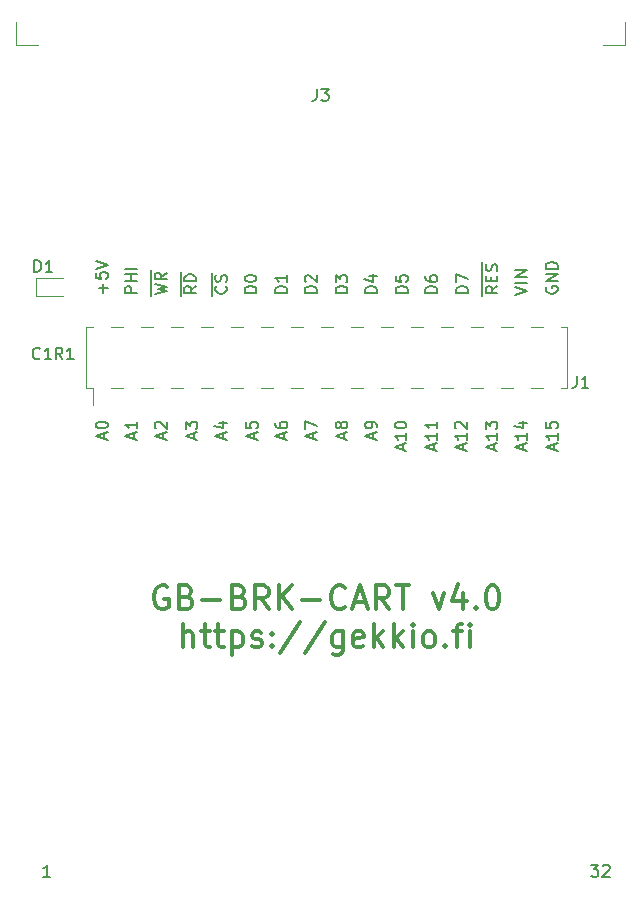
<source format=gto>
G04 #@! TF.GenerationSoftware,KiCad,Pcbnew,6.0.8*
G04 #@! TF.CreationDate,2022-10-09T16:44:11-07:00*
G04 #@! TF.ProjectId,interposer,696e7465-7270-46f7-9365-722e6b696361,v4.0*
G04 #@! TF.SameCoordinates,Original*
G04 #@! TF.FileFunction,Legend,Top*
G04 #@! TF.FilePolarity,Positive*
%FSLAX46Y46*%
G04 Gerber Fmt 4.6, Leading zero omitted, Abs format (unit mm)*
G04 Created by KiCad (PCBNEW 6.0.8) date 2022-10-09 16:44:11*
%MOMM*%
%LPD*%
G01*
G04 APERTURE LIST*
%ADD10C,0.200000*%
%ADD11C,0.300000*%
%ADD12C,0.150000*%
%ADD13C,0.120000*%
%ADD14C,7.200000*%
%ADD15C,2.300000*%
%ADD16R,1.000000X3.150000*%
%ADD17R,1.000000X0.820000*%
%ADD18R,1.300000X6.000000*%
%ADD19R,1.000000X5.500000*%
%ADD20R,0.820000X1.000000*%
%ADD21R,1.000000X2.500000*%
%ADD22R,2.500000X4.000000*%
G04 APERTURE END LIST*
D10*
X87670000Y-42770000D02*
X87670000Y-41770000D01*
X88952380Y-41960476D02*
X88476190Y-42293809D01*
X88952380Y-42531904D02*
X87952380Y-42531904D01*
X87952380Y-42150952D01*
X88000000Y-42055714D01*
X88047619Y-42008095D01*
X88142857Y-41960476D01*
X88285714Y-41960476D01*
X88380952Y-42008095D01*
X88428571Y-42055714D01*
X88476190Y-42150952D01*
X88476190Y-42531904D01*
X87670000Y-41770000D02*
X87670000Y-40770000D01*
X88952380Y-41531904D02*
X87952380Y-41531904D01*
X87952380Y-41293809D01*
X88000000Y-41150952D01*
X88095238Y-41055714D01*
X88190476Y-41008095D01*
X88380952Y-40960476D01*
X88523809Y-40960476D01*
X88714285Y-41008095D01*
X88809523Y-41055714D01*
X88904761Y-41150952D01*
X88952380Y-41293809D01*
X88952380Y-41531904D01*
X90270000Y-42770000D02*
X90270000Y-41770000D01*
X91457142Y-41960476D02*
X91504761Y-42008095D01*
X91552380Y-42150952D01*
X91552380Y-42246190D01*
X91504761Y-42389047D01*
X91409523Y-42484285D01*
X91314285Y-42531904D01*
X91123809Y-42579523D01*
X90980952Y-42579523D01*
X90790476Y-42531904D01*
X90695238Y-42484285D01*
X90600000Y-42389047D01*
X90552380Y-42246190D01*
X90552380Y-42150952D01*
X90600000Y-42008095D01*
X90647619Y-41960476D01*
X90270000Y-41770000D02*
X90270000Y-40817619D01*
X91504761Y-41579523D02*
X91552380Y-41436666D01*
X91552380Y-41198571D01*
X91504761Y-41103333D01*
X91457142Y-41055714D01*
X91361904Y-41008095D01*
X91266666Y-41008095D01*
X91171428Y-41055714D01*
X91123809Y-41103333D01*
X91076190Y-41198571D01*
X91028571Y-41389047D01*
X90980952Y-41484285D01*
X90933333Y-41531904D01*
X90838095Y-41579523D01*
X90742857Y-41579523D01*
X90647619Y-41531904D01*
X90600000Y-41484285D01*
X90552380Y-41389047D01*
X90552380Y-41150952D01*
X90600000Y-41008095D01*
X94052380Y-42531904D02*
X93052380Y-42531904D01*
X93052380Y-42293809D01*
X93100000Y-42150952D01*
X93195238Y-42055714D01*
X93290476Y-42008095D01*
X93480952Y-41960476D01*
X93623809Y-41960476D01*
X93814285Y-42008095D01*
X93909523Y-42055714D01*
X94004761Y-42150952D01*
X94052380Y-42293809D01*
X94052380Y-42531904D01*
X93052380Y-41341428D02*
X93052380Y-41246190D01*
X93100000Y-41150952D01*
X93147619Y-41103333D01*
X93242857Y-41055714D01*
X93433333Y-41008095D01*
X93671428Y-41008095D01*
X93861904Y-41055714D01*
X93957142Y-41103333D01*
X94004761Y-41150952D01*
X94052380Y-41246190D01*
X94052380Y-41341428D01*
X94004761Y-41436666D01*
X93957142Y-41484285D01*
X93861904Y-41531904D01*
X93671428Y-41579523D01*
X93433333Y-41579523D01*
X93242857Y-41531904D01*
X93147619Y-41484285D01*
X93100000Y-41436666D01*
X93052380Y-41341428D01*
X96652380Y-42531904D02*
X95652380Y-42531904D01*
X95652380Y-42293809D01*
X95700000Y-42150952D01*
X95795238Y-42055714D01*
X95890476Y-42008095D01*
X96080952Y-41960476D01*
X96223809Y-41960476D01*
X96414285Y-42008095D01*
X96509523Y-42055714D01*
X96604761Y-42150952D01*
X96652380Y-42293809D01*
X96652380Y-42531904D01*
X96652380Y-41008095D02*
X96652380Y-41579523D01*
X96652380Y-41293809D02*
X95652380Y-41293809D01*
X95795238Y-41389047D01*
X95890476Y-41484285D01*
X95938095Y-41579523D01*
X99152380Y-42531904D02*
X98152380Y-42531904D01*
X98152380Y-42293809D01*
X98200000Y-42150952D01*
X98295238Y-42055714D01*
X98390476Y-42008095D01*
X98580952Y-41960476D01*
X98723809Y-41960476D01*
X98914285Y-42008095D01*
X99009523Y-42055714D01*
X99104761Y-42150952D01*
X99152380Y-42293809D01*
X99152380Y-42531904D01*
X98247619Y-41579523D02*
X98200000Y-41531904D01*
X98152380Y-41436666D01*
X98152380Y-41198571D01*
X98200000Y-41103333D01*
X98247619Y-41055714D01*
X98342857Y-41008095D01*
X98438095Y-41008095D01*
X98580952Y-41055714D01*
X99152380Y-41627142D01*
X99152380Y-41008095D01*
X101752380Y-42531904D02*
X100752380Y-42531904D01*
X100752380Y-42293809D01*
X100800000Y-42150952D01*
X100895238Y-42055714D01*
X100990476Y-42008095D01*
X101180952Y-41960476D01*
X101323809Y-41960476D01*
X101514285Y-42008095D01*
X101609523Y-42055714D01*
X101704761Y-42150952D01*
X101752380Y-42293809D01*
X101752380Y-42531904D01*
X100752380Y-41627142D02*
X100752380Y-41008095D01*
X101133333Y-41341428D01*
X101133333Y-41198571D01*
X101180952Y-41103333D01*
X101228571Y-41055714D01*
X101323809Y-41008095D01*
X101561904Y-41008095D01*
X101657142Y-41055714D01*
X101704761Y-41103333D01*
X101752380Y-41198571D01*
X101752380Y-41484285D01*
X101704761Y-41579523D01*
X101657142Y-41627142D01*
X104252380Y-42531904D02*
X103252380Y-42531904D01*
X103252380Y-42293809D01*
X103300000Y-42150952D01*
X103395238Y-42055714D01*
X103490476Y-42008095D01*
X103680952Y-41960476D01*
X103823809Y-41960476D01*
X104014285Y-42008095D01*
X104109523Y-42055714D01*
X104204761Y-42150952D01*
X104252380Y-42293809D01*
X104252380Y-42531904D01*
X103585714Y-41103333D02*
X104252380Y-41103333D01*
X103204761Y-41341428D02*
X103919047Y-41579523D01*
X103919047Y-40960476D01*
X106852380Y-42531904D02*
X105852380Y-42531904D01*
X105852380Y-42293809D01*
X105900000Y-42150952D01*
X105995238Y-42055714D01*
X106090476Y-42008095D01*
X106280952Y-41960476D01*
X106423809Y-41960476D01*
X106614285Y-42008095D01*
X106709523Y-42055714D01*
X106804761Y-42150952D01*
X106852380Y-42293809D01*
X106852380Y-42531904D01*
X105852380Y-41055714D02*
X105852380Y-41531904D01*
X106328571Y-41579523D01*
X106280952Y-41531904D01*
X106233333Y-41436666D01*
X106233333Y-41198571D01*
X106280952Y-41103333D01*
X106328571Y-41055714D01*
X106423809Y-41008095D01*
X106661904Y-41008095D01*
X106757142Y-41055714D01*
X106804761Y-41103333D01*
X106852380Y-41198571D01*
X106852380Y-41436666D01*
X106804761Y-41531904D01*
X106757142Y-41579523D01*
X109352380Y-42531904D02*
X108352380Y-42531904D01*
X108352380Y-42293809D01*
X108400000Y-42150952D01*
X108495238Y-42055714D01*
X108590476Y-42008095D01*
X108780952Y-41960476D01*
X108923809Y-41960476D01*
X109114285Y-42008095D01*
X109209523Y-42055714D01*
X109304761Y-42150952D01*
X109352380Y-42293809D01*
X109352380Y-42531904D01*
X108352380Y-41103333D02*
X108352380Y-41293809D01*
X108400000Y-41389047D01*
X108447619Y-41436666D01*
X108590476Y-41531904D01*
X108780952Y-41579523D01*
X109161904Y-41579523D01*
X109257142Y-41531904D01*
X109304761Y-41484285D01*
X109352380Y-41389047D01*
X109352380Y-41198571D01*
X109304761Y-41103333D01*
X109257142Y-41055714D01*
X109161904Y-41008095D01*
X108923809Y-41008095D01*
X108828571Y-41055714D01*
X108780952Y-41103333D01*
X108733333Y-41198571D01*
X108733333Y-41389047D01*
X108780952Y-41484285D01*
X108828571Y-41531904D01*
X108923809Y-41579523D01*
X111952380Y-42531904D02*
X110952380Y-42531904D01*
X110952380Y-42293809D01*
X111000000Y-42150952D01*
X111095238Y-42055714D01*
X111190476Y-42008095D01*
X111380952Y-41960476D01*
X111523809Y-41960476D01*
X111714285Y-42008095D01*
X111809523Y-42055714D01*
X111904761Y-42150952D01*
X111952380Y-42293809D01*
X111952380Y-42531904D01*
X110952380Y-41627142D02*
X110952380Y-40960476D01*
X111952380Y-41389047D01*
X113170000Y-42770000D02*
X113170000Y-41770000D01*
X114452380Y-41960476D02*
X113976190Y-42293809D01*
X114452380Y-42531904D02*
X113452380Y-42531904D01*
X113452380Y-42150952D01*
X113500000Y-42055714D01*
X113547619Y-42008095D01*
X113642857Y-41960476D01*
X113785714Y-41960476D01*
X113880952Y-42008095D01*
X113928571Y-42055714D01*
X113976190Y-42150952D01*
X113976190Y-42531904D01*
X113170000Y-41770000D02*
X113170000Y-40865238D01*
X113928571Y-41531904D02*
X113928571Y-41198571D01*
X114452380Y-41055714D02*
X114452380Y-41531904D01*
X113452380Y-41531904D01*
X113452380Y-41055714D01*
X113170000Y-40865238D02*
X113170000Y-39912857D01*
X114404761Y-40674761D02*
X114452380Y-40531904D01*
X114452380Y-40293809D01*
X114404761Y-40198571D01*
X114357142Y-40150952D01*
X114261904Y-40103333D01*
X114166666Y-40103333D01*
X114071428Y-40150952D01*
X114023809Y-40198571D01*
X113976190Y-40293809D01*
X113928571Y-40484285D01*
X113880952Y-40579523D01*
X113833333Y-40627142D01*
X113738095Y-40674761D01*
X113642857Y-40674761D01*
X113547619Y-40627142D01*
X113500000Y-40579523D01*
X113452380Y-40484285D01*
X113452380Y-40246190D01*
X113500000Y-40103333D01*
X115952380Y-42674761D02*
X116952380Y-42341428D01*
X115952380Y-42008095D01*
X116952380Y-41674761D02*
X115952380Y-41674761D01*
X116952380Y-41198571D02*
X115952380Y-41198571D01*
X116952380Y-40627142D01*
X115952380Y-40627142D01*
D11*
X86523809Y-67390000D02*
X86333333Y-67294761D01*
X86047619Y-67294761D01*
X85761904Y-67390000D01*
X85571428Y-67580476D01*
X85476190Y-67770952D01*
X85380952Y-68151904D01*
X85380952Y-68437619D01*
X85476190Y-68818571D01*
X85571428Y-69009047D01*
X85761904Y-69199523D01*
X86047619Y-69294761D01*
X86238095Y-69294761D01*
X86523809Y-69199523D01*
X86619047Y-69104285D01*
X86619047Y-68437619D01*
X86238095Y-68437619D01*
X88142857Y-68247142D02*
X88428571Y-68342380D01*
X88523809Y-68437619D01*
X88619047Y-68628095D01*
X88619047Y-68913809D01*
X88523809Y-69104285D01*
X88428571Y-69199523D01*
X88238095Y-69294761D01*
X87476190Y-69294761D01*
X87476190Y-67294761D01*
X88142857Y-67294761D01*
X88333333Y-67390000D01*
X88428571Y-67485238D01*
X88523809Y-67675714D01*
X88523809Y-67866190D01*
X88428571Y-68056666D01*
X88333333Y-68151904D01*
X88142857Y-68247142D01*
X87476190Y-68247142D01*
X89476190Y-68532857D02*
X91000000Y-68532857D01*
X92619047Y-68247142D02*
X92904761Y-68342380D01*
X93000000Y-68437619D01*
X93095238Y-68628095D01*
X93095238Y-68913809D01*
X93000000Y-69104285D01*
X92904761Y-69199523D01*
X92714285Y-69294761D01*
X91952380Y-69294761D01*
X91952380Y-67294761D01*
X92619047Y-67294761D01*
X92809523Y-67390000D01*
X92904761Y-67485238D01*
X93000000Y-67675714D01*
X93000000Y-67866190D01*
X92904761Y-68056666D01*
X92809523Y-68151904D01*
X92619047Y-68247142D01*
X91952380Y-68247142D01*
X95095238Y-69294761D02*
X94428571Y-68342380D01*
X93952380Y-69294761D02*
X93952380Y-67294761D01*
X94714285Y-67294761D01*
X94904761Y-67390000D01*
X95000000Y-67485238D01*
X95095238Y-67675714D01*
X95095238Y-67961428D01*
X95000000Y-68151904D01*
X94904761Y-68247142D01*
X94714285Y-68342380D01*
X93952380Y-68342380D01*
X95952380Y-69294761D02*
X95952380Y-67294761D01*
X97095238Y-69294761D02*
X96238095Y-68151904D01*
X97095238Y-67294761D02*
X95952380Y-68437619D01*
X97952380Y-68532857D02*
X99476190Y-68532857D01*
X101571428Y-69104285D02*
X101476190Y-69199523D01*
X101190476Y-69294761D01*
X101000000Y-69294761D01*
X100714285Y-69199523D01*
X100523809Y-69009047D01*
X100428571Y-68818571D01*
X100333333Y-68437619D01*
X100333333Y-68151904D01*
X100428571Y-67770952D01*
X100523809Y-67580476D01*
X100714285Y-67390000D01*
X101000000Y-67294761D01*
X101190476Y-67294761D01*
X101476190Y-67390000D01*
X101571428Y-67485238D01*
X102333333Y-68723333D02*
X103285714Y-68723333D01*
X102142857Y-69294761D02*
X102809523Y-67294761D01*
X103476190Y-69294761D01*
X105285714Y-69294761D02*
X104619047Y-68342380D01*
X104142857Y-69294761D02*
X104142857Y-67294761D01*
X104904761Y-67294761D01*
X105095238Y-67390000D01*
X105190476Y-67485238D01*
X105285714Y-67675714D01*
X105285714Y-67961428D01*
X105190476Y-68151904D01*
X105095238Y-68247142D01*
X104904761Y-68342380D01*
X104142857Y-68342380D01*
X105857142Y-67294761D02*
X107000000Y-67294761D01*
X106428571Y-69294761D02*
X106428571Y-67294761D01*
X109000000Y-67961428D02*
X109476190Y-69294761D01*
X109952380Y-67961428D01*
X111571428Y-67961428D02*
X111571428Y-69294761D01*
X111095238Y-67199523D02*
X110619047Y-68628095D01*
X111857142Y-68628095D01*
X112619047Y-69104285D02*
X112714285Y-69199523D01*
X112619047Y-69294761D01*
X112523809Y-69199523D01*
X112619047Y-69104285D01*
X112619047Y-69294761D01*
X113952380Y-67294761D02*
X114142857Y-67294761D01*
X114333333Y-67390000D01*
X114428571Y-67485238D01*
X114523809Y-67675714D01*
X114619047Y-68056666D01*
X114619047Y-68532857D01*
X114523809Y-68913809D01*
X114428571Y-69104285D01*
X114333333Y-69199523D01*
X114142857Y-69294761D01*
X113952380Y-69294761D01*
X113761904Y-69199523D01*
X113666666Y-69104285D01*
X113571428Y-68913809D01*
X113476190Y-68532857D01*
X113476190Y-68056666D01*
X113571428Y-67675714D01*
X113666666Y-67485238D01*
X113761904Y-67390000D01*
X113952380Y-67294761D01*
X87857142Y-72514761D02*
X87857142Y-70514761D01*
X88714285Y-72514761D02*
X88714285Y-71467142D01*
X88619047Y-71276666D01*
X88428571Y-71181428D01*
X88142857Y-71181428D01*
X87952380Y-71276666D01*
X87857142Y-71371904D01*
X89380952Y-71181428D02*
X90142857Y-71181428D01*
X89666666Y-70514761D02*
X89666666Y-72229047D01*
X89761904Y-72419523D01*
X89952380Y-72514761D01*
X90142857Y-72514761D01*
X90523809Y-71181428D02*
X91285714Y-71181428D01*
X90809523Y-70514761D02*
X90809523Y-72229047D01*
X90904761Y-72419523D01*
X91095238Y-72514761D01*
X91285714Y-72514761D01*
X91952380Y-71181428D02*
X91952380Y-73181428D01*
X91952380Y-71276666D02*
X92142857Y-71181428D01*
X92523809Y-71181428D01*
X92714285Y-71276666D01*
X92809523Y-71371904D01*
X92904761Y-71562380D01*
X92904761Y-72133809D01*
X92809523Y-72324285D01*
X92714285Y-72419523D01*
X92523809Y-72514761D01*
X92142857Y-72514761D01*
X91952380Y-72419523D01*
X93666666Y-72419523D02*
X93857142Y-72514761D01*
X94238095Y-72514761D01*
X94428571Y-72419523D01*
X94523809Y-72229047D01*
X94523809Y-72133809D01*
X94428571Y-71943333D01*
X94238095Y-71848095D01*
X93952380Y-71848095D01*
X93761904Y-71752857D01*
X93666666Y-71562380D01*
X93666666Y-71467142D01*
X93761904Y-71276666D01*
X93952380Y-71181428D01*
X94238095Y-71181428D01*
X94428571Y-71276666D01*
X95380952Y-72324285D02*
X95476190Y-72419523D01*
X95380952Y-72514761D01*
X95285714Y-72419523D01*
X95380952Y-72324285D01*
X95380952Y-72514761D01*
X95380952Y-71276666D02*
X95476190Y-71371904D01*
X95380952Y-71467142D01*
X95285714Y-71371904D01*
X95380952Y-71276666D01*
X95380952Y-71467142D01*
X97761904Y-70419523D02*
X96047619Y-72990952D01*
X99857142Y-70419523D02*
X98142857Y-72990952D01*
X101380952Y-71181428D02*
X101380952Y-72800476D01*
X101285714Y-72990952D01*
X101190476Y-73086190D01*
X100999999Y-73181428D01*
X100714285Y-73181428D01*
X100523809Y-73086190D01*
X101380952Y-72419523D02*
X101190476Y-72514761D01*
X100809523Y-72514761D01*
X100619047Y-72419523D01*
X100523809Y-72324285D01*
X100428571Y-72133809D01*
X100428571Y-71562380D01*
X100523809Y-71371904D01*
X100619047Y-71276666D01*
X100809523Y-71181428D01*
X101190476Y-71181428D01*
X101380952Y-71276666D01*
X103095238Y-72419523D02*
X102904761Y-72514761D01*
X102523809Y-72514761D01*
X102333333Y-72419523D01*
X102238095Y-72229047D01*
X102238095Y-71467142D01*
X102333333Y-71276666D01*
X102523809Y-71181428D01*
X102904761Y-71181428D01*
X103095238Y-71276666D01*
X103190476Y-71467142D01*
X103190476Y-71657619D01*
X102238095Y-71848095D01*
X104047619Y-72514761D02*
X104047619Y-70514761D01*
X104238095Y-71752857D02*
X104809523Y-72514761D01*
X104809523Y-71181428D02*
X104047619Y-71943333D01*
X105666666Y-72514761D02*
X105666666Y-70514761D01*
X105857142Y-71752857D02*
X106428571Y-72514761D01*
X106428571Y-71181428D02*
X105666666Y-71943333D01*
X107285714Y-72514761D02*
X107285714Y-71181428D01*
X107285714Y-70514761D02*
X107190476Y-70610000D01*
X107285714Y-70705238D01*
X107380952Y-70610000D01*
X107285714Y-70514761D01*
X107285714Y-70705238D01*
X108523809Y-72514761D02*
X108333333Y-72419523D01*
X108238095Y-72324285D01*
X108142857Y-72133809D01*
X108142857Y-71562380D01*
X108238095Y-71371904D01*
X108333333Y-71276666D01*
X108523809Y-71181428D01*
X108809523Y-71181428D01*
X109000000Y-71276666D01*
X109095238Y-71371904D01*
X109190476Y-71562380D01*
X109190476Y-72133809D01*
X109095238Y-72324285D01*
X109000000Y-72419523D01*
X108809523Y-72514761D01*
X108523809Y-72514761D01*
X110047619Y-72324285D02*
X110142857Y-72419523D01*
X110047619Y-72514761D01*
X109952380Y-72419523D01*
X110047619Y-72324285D01*
X110047619Y-72514761D01*
X110714285Y-71181428D02*
X111476190Y-71181428D01*
X111000000Y-72514761D02*
X111000000Y-70800476D01*
X111095238Y-70610000D01*
X111285714Y-70514761D01*
X111476190Y-70514761D01*
X112142857Y-72514761D02*
X112142857Y-71181428D01*
X112142857Y-70514761D02*
X112047619Y-70610000D01*
X112142857Y-70705238D01*
X112238095Y-70610000D01*
X112142857Y-70514761D01*
X112142857Y-70705238D01*
D10*
X118600000Y-42008095D02*
X118552380Y-42103333D01*
X118552380Y-42246190D01*
X118600000Y-42389047D01*
X118695238Y-42484285D01*
X118790476Y-42531904D01*
X118980952Y-42579523D01*
X119123809Y-42579523D01*
X119314285Y-42531904D01*
X119409523Y-42484285D01*
X119504761Y-42389047D01*
X119552380Y-42246190D01*
X119552380Y-42150952D01*
X119504761Y-42008095D01*
X119457142Y-41960476D01*
X119123809Y-41960476D01*
X119123809Y-42150952D01*
X119552380Y-41531904D02*
X118552380Y-41531904D01*
X119552380Y-40960476D01*
X118552380Y-40960476D01*
X119552380Y-40484285D02*
X118552380Y-40484285D01*
X118552380Y-40246190D01*
X118600000Y-40103333D01*
X118695238Y-40008095D01*
X118790476Y-39960476D01*
X118980952Y-39912857D01*
X119123809Y-39912857D01*
X119314285Y-39960476D01*
X119409523Y-40008095D01*
X119504761Y-40103333D01*
X119552380Y-40246190D01*
X119552380Y-40484285D01*
X101466666Y-54849047D02*
X101466666Y-54372857D01*
X101752380Y-54944285D02*
X100752380Y-54610952D01*
X101752380Y-54277619D01*
X101180952Y-53801428D02*
X101133333Y-53896666D01*
X101085714Y-53944285D01*
X100990476Y-53991904D01*
X100942857Y-53991904D01*
X100847619Y-53944285D01*
X100800000Y-53896666D01*
X100752380Y-53801428D01*
X100752380Y-53610952D01*
X100800000Y-53515714D01*
X100847619Y-53468095D01*
X100942857Y-53420476D01*
X100990476Y-53420476D01*
X101085714Y-53468095D01*
X101133333Y-53515714D01*
X101180952Y-53610952D01*
X101180952Y-53801428D01*
X101228571Y-53896666D01*
X101276190Y-53944285D01*
X101371428Y-53991904D01*
X101561904Y-53991904D01*
X101657142Y-53944285D01*
X101704761Y-53896666D01*
X101752380Y-53801428D01*
X101752380Y-53610952D01*
X101704761Y-53515714D01*
X101657142Y-53468095D01*
X101561904Y-53420476D01*
X101371428Y-53420476D01*
X101276190Y-53468095D01*
X101228571Y-53515714D01*
X101180952Y-53610952D01*
X96366666Y-54849047D02*
X96366666Y-54372857D01*
X96652380Y-54944285D02*
X95652380Y-54610952D01*
X96652380Y-54277619D01*
X95652380Y-53515714D02*
X95652380Y-53706190D01*
X95700000Y-53801428D01*
X95747619Y-53849047D01*
X95890476Y-53944285D01*
X96080952Y-53991904D01*
X96461904Y-53991904D01*
X96557142Y-53944285D01*
X96604761Y-53896666D01*
X96652380Y-53801428D01*
X96652380Y-53610952D01*
X96604761Y-53515714D01*
X96557142Y-53468095D01*
X96461904Y-53420476D01*
X96223809Y-53420476D01*
X96128571Y-53468095D01*
X96080952Y-53515714D01*
X96033333Y-53610952D01*
X96033333Y-53801428D01*
X96080952Y-53896666D01*
X96128571Y-53944285D01*
X96223809Y-53991904D01*
X111566666Y-55801428D02*
X111566666Y-55325238D01*
X111852380Y-55896666D02*
X110852380Y-55563333D01*
X111852380Y-55230000D01*
X111852380Y-54372857D02*
X111852380Y-54944285D01*
X111852380Y-54658571D02*
X110852380Y-54658571D01*
X110995238Y-54753809D01*
X111090476Y-54849047D01*
X111138095Y-54944285D01*
X110947619Y-53991904D02*
X110900000Y-53944285D01*
X110852380Y-53849047D01*
X110852380Y-53610952D01*
X110900000Y-53515714D01*
X110947619Y-53468095D01*
X111042857Y-53420476D01*
X111138095Y-53420476D01*
X111280952Y-53468095D01*
X111852380Y-54039523D01*
X111852380Y-53420476D01*
X81071428Y-42531904D02*
X81071428Y-41770000D01*
X81452380Y-42150952D02*
X80690476Y-42150952D01*
X80452380Y-40817619D02*
X80452380Y-41293809D01*
X80928571Y-41341428D01*
X80880952Y-41293809D01*
X80833333Y-41198571D01*
X80833333Y-40960476D01*
X80880952Y-40865238D01*
X80928571Y-40817619D01*
X81023809Y-40770000D01*
X81261904Y-40770000D01*
X81357142Y-40817619D01*
X81404761Y-40865238D01*
X81452380Y-40960476D01*
X81452380Y-41198571D01*
X81404761Y-41293809D01*
X81357142Y-41341428D01*
X80452380Y-40484285D02*
X81452380Y-40150952D01*
X80452380Y-39817619D01*
X114166666Y-55801428D02*
X114166666Y-55325238D01*
X114452380Y-55896666D02*
X113452380Y-55563333D01*
X114452380Y-55230000D01*
X114452380Y-54372857D02*
X114452380Y-54944285D01*
X114452380Y-54658571D02*
X113452380Y-54658571D01*
X113595238Y-54753809D01*
X113690476Y-54849047D01*
X113738095Y-54944285D01*
X113452380Y-54039523D02*
X113452380Y-53420476D01*
X113833333Y-53753809D01*
X113833333Y-53610952D01*
X113880952Y-53515714D01*
X113928571Y-53468095D01*
X114023809Y-53420476D01*
X114261904Y-53420476D01*
X114357142Y-53468095D01*
X114404761Y-53515714D01*
X114452380Y-53610952D01*
X114452380Y-53896666D01*
X114404761Y-53991904D01*
X114357142Y-54039523D01*
X106466666Y-55801428D02*
X106466666Y-55325238D01*
X106752380Y-55896666D02*
X105752380Y-55563333D01*
X106752380Y-55230000D01*
X106752380Y-54372857D02*
X106752380Y-54944285D01*
X106752380Y-54658571D02*
X105752380Y-54658571D01*
X105895238Y-54753809D01*
X105990476Y-54849047D01*
X106038095Y-54944285D01*
X105752380Y-53753809D02*
X105752380Y-53658571D01*
X105800000Y-53563333D01*
X105847619Y-53515714D01*
X105942857Y-53468095D01*
X106133333Y-53420476D01*
X106371428Y-53420476D01*
X106561904Y-53468095D01*
X106657142Y-53515714D01*
X106704761Y-53563333D01*
X106752380Y-53658571D01*
X106752380Y-53753809D01*
X106704761Y-53849047D01*
X106657142Y-53896666D01*
X106561904Y-53944285D01*
X106371428Y-53991904D01*
X106133333Y-53991904D01*
X105942857Y-53944285D01*
X105847619Y-53896666D01*
X105800000Y-53849047D01*
X105752380Y-53753809D01*
X116666666Y-55801428D02*
X116666666Y-55325238D01*
X116952380Y-55896666D02*
X115952380Y-55563333D01*
X116952380Y-55230000D01*
X116952380Y-54372857D02*
X116952380Y-54944285D01*
X116952380Y-54658571D02*
X115952380Y-54658571D01*
X116095238Y-54753809D01*
X116190476Y-54849047D01*
X116238095Y-54944285D01*
X116285714Y-53515714D02*
X116952380Y-53515714D01*
X115904761Y-53753809D02*
X116619047Y-53991904D01*
X116619047Y-53372857D01*
X85170000Y-42770000D02*
X85170000Y-41627142D01*
X85452380Y-42627142D02*
X86452380Y-42389047D01*
X85738095Y-42198571D01*
X86452380Y-42008095D01*
X85452380Y-41770000D01*
X85170000Y-41627142D02*
X85170000Y-40627142D01*
X86452380Y-40817619D02*
X85976190Y-41150952D01*
X86452380Y-41389047D02*
X85452380Y-41389047D01*
X85452380Y-41008095D01*
X85500000Y-40912857D01*
X85547619Y-40865238D01*
X85642857Y-40817619D01*
X85785714Y-40817619D01*
X85880952Y-40865238D01*
X85928571Y-40912857D01*
X85976190Y-41008095D01*
X85976190Y-41389047D01*
X103966666Y-54849047D02*
X103966666Y-54372857D01*
X104252380Y-54944285D02*
X103252380Y-54610952D01*
X104252380Y-54277619D01*
X104252380Y-53896666D02*
X104252380Y-53706190D01*
X104204761Y-53610952D01*
X104157142Y-53563333D01*
X104014285Y-53468095D01*
X103823809Y-53420476D01*
X103442857Y-53420476D01*
X103347619Y-53468095D01*
X103300000Y-53515714D01*
X103252380Y-53610952D01*
X103252380Y-53801428D01*
X103300000Y-53896666D01*
X103347619Y-53944285D01*
X103442857Y-53991904D01*
X103680952Y-53991904D01*
X103776190Y-53944285D01*
X103823809Y-53896666D01*
X103871428Y-53801428D01*
X103871428Y-53610952D01*
X103823809Y-53515714D01*
X103776190Y-53468095D01*
X103680952Y-53420476D01*
X86166666Y-54849047D02*
X86166666Y-54372857D01*
X86452380Y-54944285D02*
X85452380Y-54610952D01*
X86452380Y-54277619D01*
X85547619Y-53991904D02*
X85500000Y-53944285D01*
X85452380Y-53849047D01*
X85452380Y-53610952D01*
X85500000Y-53515714D01*
X85547619Y-53468095D01*
X85642857Y-53420476D01*
X85738095Y-53420476D01*
X85880952Y-53468095D01*
X86452380Y-54039523D01*
X86452380Y-53420476D01*
X109066666Y-55801428D02*
X109066666Y-55325238D01*
X109352380Y-55896666D02*
X108352380Y-55563333D01*
X109352380Y-55230000D01*
X109352380Y-54372857D02*
X109352380Y-54944285D01*
X109352380Y-54658571D02*
X108352380Y-54658571D01*
X108495238Y-54753809D01*
X108590476Y-54849047D01*
X108638095Y-54944285D01*
X109352380Y-53420476D02*
X109352380Y-53991904D01*
X109352380Y-53706190D02*
X108352380Y-53706190D01*
X108495238Y-53801428D01*
X108590476Y-53896666D01*
X108638095Y-53991904D01*
X81166666Y-54849047D02*
X81166666Y-54372857D01*
X81452380Y-54944285D02*
X80452380Y-54610952D01*
X81452380Y-54277619D01*
X80452380Y-53753809D02*
X80452380Y-53658571D01*
X80500000Y-53563333D01*
X80547619Y-53515714D01*
X80642857Y-53468095D01*
X80833333Y-53420476D01*
X81071428Y-53420476D01*
X81261904Y-53468095D01*
X81357142Y-53515714D01*
X81404761Y-53563333D01*
X81452380Y-53658571D01*
X81452380Y-53753809D01*
X81404761Y-53849047D01*
X81357142Y-53896666D01*
X81261904Y-53944285D01*
X81071428Y-53991904D01*
X80833333Y-53991904D01*
X80642857Y-53944285D01*
X80547619Y-53896666D01*
X80500000Y-53849047D01*
X80452380Y-53753809D01*
X98866666Y-54849047D02*
X98866666Y-54372857D01*
X99152380Y-54944285D02*
X98152380Y-54610952D01*
X99152380Y-54277619D01*
X98152380Y-54039523D02*
X98152380Y-53372857D01*
X99152380Y-53801428D01*
X91266666Y-54849047D02*
X91266666Y-54372857D01*
X91552380Y-54944285D02*
X90552380Y-54610952D01*
X91552380Y-54277619D01*
X90885714Y-53515714D02*
X91552380Y-53515714D01*
X90504761Y-53753809D02*
X91219047Y-53991904D01*
X91219047Y-53372857D01*
X83666666Y-54849047D02*
X83666666Y-54372857D01*
X83952380Y-54944285D02*
X82952380Y-54610952D01*
X83952380Y-54277619D01*
X83952380Y-53420476D02*
X83952380Y-53991904D01*
X83952380Y-53706190D02*
X82952380Y-53706190D01*
X83095238Y-53801428D01*
X83190476Y-53896666D01*
X83238095Y-53991904D01*
X83952380Y-42531904D02*
X82952380Y-42531904D01*
X82952380Y-42150952D01*
X83000000Y-42055714D01*
X83047619Y-42008095D01*
X83142857Y-41960476D01*
X83285714Y-41960476D01*
X83380952Y-42008095D01*
X83428571Y-42055714D01*
X83476190Y-42150952D01*
X83476190Y-42531904D01*
X83952380Y-41531904D02*
X82952380Y-41531904D01*
X83428571Y-41531904D02*
X83428571Y-40960476D01*
X83952380Y-40960476D02*
X82952380Y-40960476D01*
X83952380Y-40484285D02*
X82952380Y-40484285D01*
X119266666Y-55801428D02*
X119266666Y-55325238D01*
X119552380Y-55896666D02*
X118552380Y-55563333D01*
X119552380Y-55230000D01*
X119552380Y-54372857D02*
X119552380Y-54944285D01*
X119552380Y-54658571D02*
X118552380Y-54658571D01*
X118695238Y-54753809D01*
X118790476Y-54849047D01*
X118838095Y-54944285D01*
X118552380Y-53468095D02*
X118552380Y-53944285D01*
X119028571Y-53991904D01*
X118980952Y-53944285D01*
X118933333Y-53849047D01*
X118933333Y-53610952D01*
X118980952Y-53515714D01*
X119028571Y-53468095D01*
X119123809Y-53420476D01*
X119361904Y-53420476D01*
X119457142Y-53468095D01*
X119504761Y-53515714D01*
X119552380Y-53610952D01*
X119552380Y-53849047D01*
X119504761Y-53944285D01*
X119457142Y-53991904D01*
X88766666Y-54849047D02*
X88766666Y-54372857D01*
X89052380Y-54944285D02*
X88052380Y-54610952D01*
X89052380Y-54277619D01*
X88052380Y-54039523D02*
X88052380Y-53420476D01*
X88433333Y-53753809D01*
X88433333Y-53610952D01*
X88480952Y-53515714D01*
X88528571Y-53468095D01*
X88623809Y-53420476D01*
X88861904Y-53420476D01*
X88957142Y-53468095D01*
X89004761Y-53515714D01*
X89052380Y-53610952D01*
X89052380Y-53896666D01*
X89004761Y-53991904D01*
X88957142Y-54039523D01*
X93866666Y-54849047D02*
X93866666Y-54372857D01*
X94152380Y-54944285D02*
X93152380Y-54610952D01*
X94152380Y-54277619D01*
X93152380Y-53468095D02*
X93152380Y-53944285D01*
X93628571Y-53991904D01*
X93580952Y-53944285D01*
X93533333Y-53849047D01*
X93533333Y-53610952D01*
X93580952Y-53515714D01*
X93628571Y-53468095D01*
X93723809Y-53420476D01*
X93961904Y-53420476D01*
X94057142Y-53468095D01*
X94104761Y-53515714D01*
X94152380Y-53610952D01*
X94152380Y-53849047D01*
X94104761Y-53944285D01*
X94057142Y-53991904D01*
D12*
X121166666Y-49552380D02*
X121166666Y-50266666D01*
X121119047Y-50409523D01*
X121023809Y-50504761D01*
X120880952Y-50552380D01*
X120785714Y-50552380D01*
X122166666Y-50552380D02*
X121595238Y-50552380D01*
X121880952Y-50552380D02*
X121880952Y-49552380D01*
X121785714Y-49695238D01*
X121690476Y-49790476D01*
X121595238Y-49838095D01*
X77633333Y-48152380D02*
X77300000Y-47676190D01*
X77061904Y-48152380D02*
X77061904Y-47152380D01*
X77442857Y-47152380D01*
X77538095Y-47200000D01*
X77585714Y-47247619D01*
X77633333Y-47342857D01*
X77633333Y-47485714D01*
X77585714Y-47580952D01*
X77538095Y-47628571D01*
X77442857Y-47676190D01*
X77061904Y-47676190D01*
X78585714Y-48152380D02*
X78014285Y-48152380D01*
X78300000Y-48152380D02*
X78300000Y-47152380D01*
X78204761Y-47295238D01*
X78109523Y-47390476D01*
X78014285Y-47438095D01*
X122390476Y-90952380D02*
X123009523Y-90952380D01*
X122676190Y-91333333D01*
X122819047Y-91333333D01*
X122914285Y-91380952D01*
X122961904Y-91428571D01*
X123009523Y-91523809D01*
X123009523Y-91761904D01*
X122961904Y-91857142D01*
X122914285Y-91904761D01*
X122819047Y-91952380D01*
X122533333Y-91952380D01*
X122438095Y-91904761D01*
X122390476Y-91857142D01*
X123390476Y-91047619D02*
X123438095Y-91000000D01*
X123533333Y-90952380D01*
X123771428Y-90952380D01*
X123866666Y-91000000D01*
X123914285Y-91047619D01*
X123961904Y-91142857D01*
X123961904Y-91238095D01*
X123914285Y-91380952D01*
X123342857Y-91952380D01*
X123961904Y-91952380D01*
X76585714Y-91952380D02*
X76014285Y-91952380D01*
X76300000Y-91952380D02*
X76300000Y-90952380D01*
X76204761Y-91095238D01*
X76109523Y-91190476D01*
X76014285Y-91238095D01*
X75733333Y-48057142D02*
X75685714Y-48104761D01*
X75542857Y-48152380D01*
X75447619Y-48152380D01*
X75304761Y-48104761D01*
X75209523Y-48009523D01*
X75161904Y-47914285D01*
X75114285Y-47723809D01*
X75114285Y-47580952D01*
X75161904Y-47390476D01*
X75209523Y-47295238D01*
X75304761Y-47200000D01*
X75447619Y-47152380D01*
X75542857Y-47152380D01*
X75685714Y-47200000D01*
X75733333Y-47247619D01*
X76685714Y-48152380D02*
X76114285Y-48152380D01*
X76400000Y-48152380D02*
X76400000Y-47152380D01*
X76304761Y-47295238D01*
X76209523Y-47390476D01*
X76114285Y-47438095D01*
X75261904Y-40752380D02*
X75261904Y-39752380D01*
X75500000Y-39752380D01*
X75642857Y-39800000D01*
X75738095Y-39895238D01*
X75785714Y-39990476D01*
X75833333Y-40180952D01*
X75833333Y-40323809D01*
X75785714Y-40514285D01*
X75738095Y-40609523D01*
X75642857Y-40704761D01*
X75500000Y-40752380D01*
X75261904Y-40752380D01*
X76785714Y-40752380D02*
X76214285Y-40752380D01*
X76500000Y-40752380D02*
X76500000Y-39752380D01*
X76404761Y-39895238D01*
X76309523Y-39990476D01*
X76214285Y-40038095D01*
X99166666Y-25252380D02*
X99166666Y-25966666D01*
X99119047Y-26109523D01*
X99023809Y-26204761D01*
X98880952Y-26252380D01*
X98785714Y-26252380D01*
X99547619Y-25252380D02*
X100166666Y-25252380D01*
X99833333Y-25633333D01*
X99976190Y-25633333D01*
X100071428Y-25680952D01*
X100119047Y-25728571D01*
X100166666Y-25823809D01*
X100166666Y-26061904D01*
X100119047Y-26157142D01*
X100071428Y-26204761D01*
X99976190Y-26252380D01*
X99690476Y-26252380D01*
X99595238Y-26204761D01*
X99547619Y-26157142D01*
D13*
X99490000Y-50600000D02*
X100510000Y-50600000D01*
X114730000Y-45400000D02*
X115750000Y-45400000D01*
X114730000Y-50600000D02*
X115750000Y-50600000D01*
X84250000Y-50600000D02*
X85270000Y-50600000D01*
X109650000Y-50600000D02*
X110670000Y-50600000D01*
X86790000Y-45400000D02*
X87810000Y-45400000D01*
X89330000Y-50600000D02*
X90350000Y-50600000D01*
X81710000Y-45400000D02*
X82730000Y-45400000D01*
X79620000Y-50600000D02*
X80190000Y-50600000D01*
X104570000Y-45400000D02*
X105590000Y-45400000D01*
X120380000Y-50600000D02*
X120380000Y-45400000D01*
X86790000Y-50600000D02*
X87810000Y-50600000D01*
X112190000Y-45400000D02*
X113210000Y-45400000D01*
X104570000Y-50600000D02*
X105590000Y-50600000D01*
X117270000Y-45400000D02*
X118290000Y-45400000D01*
X80190000Y-52040000D02*
X80190000Y-50600000D01*
X96950000Y-45400000D02*
X97970000Y-45400000D01*
X81710000Y-50600000D02*
X82730000Y-50600000D01*
X117270000Y-50600000D02*
X118290000Y-50600000D01*
X96950000Y-50600000D02*
X97970000Y-50600000D01*
X91870000Y-45400000D02*
X92890000Y-45400000D01*
X109650000Y-45400000D02*
X110670000Y-45400000D01*
X102030000Y-45400000D02*
X103050000Y-45400000D01*
X84250000Y-45400000D02*
X85270000Y-45400000D01*
X89330000Y-45400000D02*
X90350000Y-45400000D01*
X112190000Y-50600000D02*
X113210000Y-50600000D01*
X107110000Y-50600000D02*
X108130000Y-50600000D01*
X94410000Y-50600000D02*
X95430000Y-50600000D01*
X107110000Y-45400000D02*
X108130000Y-45400000D01*
X119810000Y-50600000D02*
X120380000Y-50600000D01*
X119810000Y-45400000D02*
X120380000Y-45400000D01*
X79620000Y-45400000D02*
X80190000Y-45400000D01*
X99490000Y-45400000D02*
X100510000Y-45400000D01*
X91870000Y-50600000D02*
X92890000Y-50600000D01*
X102030000Y-50600000D02*
X103050000Y-50600000D01*
X94410000Y-45400000D02*
X95430000Y-45400000D01*
X79620000Y-50600000D02*
X79620000Y-45400000D01*
X77700000Y-41240000D02*
X75430000Y-41240000D01*
X75430000Y-41240000D02*
X75430000Y-42760000D01*
X75430000Y-42760000D02*
X77700000Y-42760000D01*
X125300000Y-21500000D02*
X125300000Y-19600000D01*
X75600000Y-21500000D02*
X73700000Y-21500000D01*
X123400000Y-21500000D02*
X125300000Y-21500000D01*
X73700000Y-21500000D02*
X73700000Y-19600000D01*
%LPC*%
D14*
X100000000Y-84650000D03*
D15*
X100000000Y-59650000D03*
D16*
X80950000Y-50525000D03*
X80950000Y-45475000D03*
X83490000Y-50525000D03*
X83490000Y-45475000D03*
X86030000Y-50525000D03*
X86030000Y-45475000D03*
X88570000Y-50525000D03*
X88570000Y-45475000D03*
X91110000Y-50525000D03*
X91110000Y-45475000D03*
X93650000Y-50525000D03*
X93650000Y-45475000D03*
X96190000Y-50525000D03*
X96190000Y-45475000D03*
X98730000Y-50525000D03*
X98730000Y-45475000D03*
X101270000Y-50525000D03*
X101270000Y-45475000D03*
X103810000Y-50525000D03*
X103810000Y-45475000D03*
X106350000Y-50525000D03*
X106350000Y-45475000D03*
X108890000Y-50525000D03*
X108890000Y-45475000D03*
X111430000Y-50525000D03*
X111430000Y-45475000D03*
X113970000Y-50525000D03*
X113970000Y-45475000D03*
X116510000Y-50525000D03*
X116510000Y-45475000D03*
X119050000Y-50525000D03*
X119050000Y-45475000D03*
D17*
X77800000Y-46000000D03*
X77800000Y-44400000D03*
D18*
X76600000Y-96000000D03*
D19*
X78250000Y-95750000D03*
X79750000Y-95750000D03*
X81250000Y-95750000D03*
X82750000Y-95750000D03*
X84250000Y-95750000D03*
X85750000Y-95750000D03*
X87250000Y-95750000D03*
X88750000Y-95750000D03*
X90250000Y-95750000D03*
X91750000Y-95750000D03*
X93250000Y-95750000D03*
X94750000Y-95750000D03*
X96250000Y-95750000D03*
X97750000Y-95750000D03*
X99250000Y-95750000D03*
X100750000Y-95750000D03*
X102250000Y-95750000D03*
X103750000Y-95750000D03*
X105250000Y-95750000D03*
X106750000Y-95750000D03*
X108250000Y-95750000D03*
X109750000Y-95750000D03*
X111250000Y-95750000D03*
X112750000Y-95750000D03*
X114250000Y-95750000D03*
X115750000Y-95750000D03*
X117250000Y-95750000D03*
X118750000Y-95750000D03*
X120250000Y-95750000D03*
X121750000Y-95750000D03*
D18*
X123400000Y-96000000D03*
D17*
X75900000Y-46000000D03*
X75900000Y-44400000D03*
D20*
X76100000Y-42000000D03*
X77700000Y-42000000D03*
D21*
X76250000Y-22250000D03*
X77750000Y-22250000D03*
X79250000Y-22250000D03*
X80750000Y-22250000D03*
X82250000Y-22250000D03*
X83750000Y-22250000D03*
X85250000Y-22250000D03*
X86750000Y-22250000D03*
X88250000Y-22250000D03*
X89750000Y-22250000D03*
X91250000Y-22250000D03*
X92750000Y-22250000D03*
X94250000Y-22250000D03*
X95750000Y-22250000D03*
X97250000Y-22250000D03*
X98750000Y-22250000D03*
X100250000Y-22250000D03*
X101750000Y-22250000D03*
X103250000Y-22250000D03*
X104750000Y-22250000D03*
X106250000Y-22250000D03*
X107750000Y-22250000D03*
X109250000Y-22250000D03*
X110750000Y-22250000D03*
X112250000Y-22250000D03*
X113750000Y-22250000D03*
X115250000Y-22250000D03*
X116750000Y-22250000D03*
X118250000Y-22250000D03*
X119750000Y-22250000D03*
X121250000Y-22250000D03*
D22*
X69300000Y-11000000D03*
X129700000Y-11000000D03*
D21*
X122750000Y-22250000D03*
G36*
X129942121Y-5020002D02*
G01*
X129988614Y-5073658D01*
X130000000Y-5126000D01*
X130000000Y-6874000D01*
X129979998Y-6942121D01*
X129926342Y-6988614D01*
X129874000Y-7000000D01*
X69126000Y-7000000D01*
X69057879Y-6979998D01*
X69011386Y-6926342D01*
X69000000Y-6874000D01*
X69000000Y-5126000D01*
X69020002Y-5057879D01*
X69073658Y-5011386D01*
X69126000Y-5000000D01*
X129874000Y-5000000D01*
X129942121Y-5020002D01*
G37*
M02*

</source>
